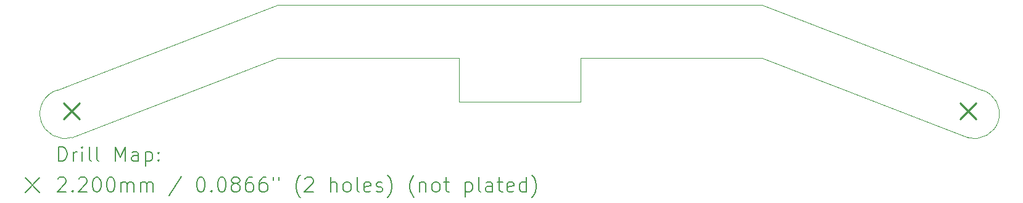
<source format=gbr>
%TF.GenerationSoftware,KiCad,Pcbnew,8.0.3*%
%TF.CreationDate,2025-05-12T20:40:59+02:00*%
%TF.ProjectId,AnalogSensorPCB,416e616c-6f67-4536-956e-736f72504342,rev?*%
%TF.SameCoordinates,Original*%
%TF.FileFunction,Drillmap*%
%TF.FilePolarity,Positive*%
%FSLAX45Y45*%
G04 Gerber Fmt 4.5, Leading zero omitted, Abs format (unit mm)*
G04 Created by KiCad (PCBNEW 8.0.3) date 2025-05-12 20:40:59*
%MOMM*%
%LPD*%
G01*
G04 APERTURE LIST*
%ADD10C,0.050000*%
%ADD11C,0.200000*%
%ADD12C,0.220000*%
G04 APERTURE END LIST*
D10*
X7165000Y-8065000D02*
X9990000Y-6975000D01*
X7165000Y-7340000D02*
X9990000Y-6250000D01*
X16640000Y-6250000D02*
X13315000Y-6250000D01*
X19465000Y-8065000D02*
X16640000Y-6975000D01*
X14150000Y-7575000D02*
X12480000Y-7575000D01*
X16640000Y-6975000D02*
X14150000Y-6975000D01*
X19465000Y-7340000D02*
X16640000Y-6250000D01*
X19655070Y-7412961D02*
G75*
G02*
X19465001Y-8064996I-95030J-326019D01*
G01*
X9990000Y-6975000D02*
X12480000Y-6975000D01*
X12480000Y-6975000D02*
X12480000Y-7575000D01*
X7165000Y-7340000D02*
X6974930Y-7412961D01*
X9990000Y-6250000D02*
X13315000Y-6250000D01*
X14150000Y-6975000D02*
X14150000Y-7575000D01*
X19465000Y-7340000D02*
X19655070Y-7412961D01*
X7165000Y-8065000D02*
G75*
G02*
X6974930Y-7412962I-95035J326019D01*
G01*
D11*
D12*
X7055000Y-7592500D02*
X7275000Y-7812500D01*
X7275000Y-7592500D02*
X7055000Y-7812500D01*
X19355000Y-7592500D02*
X19575000Y-7812500D01*
X19575000Y-7592500D02*
X19355000Y-7812500D01*
D11*
X6988654Y-8392553D02*
X6988654Y-8192553D01*
X6988654Y-8192553D02*
X7036273Y-8192553D01*
X7036273Y-8192553D02*
X7064844Y-8202076D01*
X7064844Y-8202076D02*
X7083892Y-8221124D01*
X7083892Y-8221124D02*
X7093416Y-8240172D01*
X7093416Y-8240172D02*
X7102940Y-8278267D01*
X7102940Y-8278267D02*
X7102940Y-8306838D01*
X7102940Y-8306838D02*
X7093416Y-8344934D01*
X7093416Y-8344934D02*
X7083892Y-8363981D01*
X7083892Y-8363981D02*
X7064844Y-8383029D01*
X7064844Y-8383029D02*
X7036273Y-8392553D01*
X7036273Y-8392553D02*
X6988654Y-8392553D01*
X7188654Y-8392553D02*
X7188654Y-8259219D01*
X7188654Y-8297315D02*
X7198178Y-8278267D01*
X7198178Y-8278267D02*
X7207701Y-8268743D01*
X7207701Y-8268743D02*
X7226749Y-8259219D01*
X7226749Y-8259219D02*
X7245797Y-8259219D01*
X7312463Y-8392553D02*
X7312463Y-8259219D01*
X7312463Y-8192553D02*
X7302940Y-8202076D01*
X7302940Y-8202076D02*
X7312463Y-8211600D01*
X7312463Y-8211600D02*
X7321987Y-8202076D01*
X7321987Y-8202076D02*
X7312463Y-8192553D01*
X7312463Y-8192553D02*
X7312463Y-8211600D01*
X7436273Y-8392553D02*
X7417225Y-8383029D01*
X7417225Y-8383029D02*
X7407701Y-8363981D01*
X7407701Y-8363981D02*
X7407701Y-8192553D01*
X7541035Y-8392553D02*
X7521987Y-8383029D01*
X7521987Y-8383029D02*
X7512463Y-8363981D01*
X7512463Y-8363981D02*
X7512463Y-8192553D01*
X7769606Y-8392553D02*
X7769606Y-8192553D01*
X7769606Y-8192553D02*
X7836273Y-8335410D01*
X7836273Y-8335410D02*
X7902940Y-8192553D01*
X7902940Y-8192553D02*
X7902940Y-8392553D01*
X8083892Y-8392553D02*
X8083892Y-8287791D01*
X8083892Y-8287791D02*
X8074368Y-8268743D01*
X8074368Y-8268743D02*
X8055321Y-8259219D01*
X8055321Y-8259219D02*
X8017225Y-8259219D01*
X8017225Y-8259219D02*
X7998178Y-8268743D01*
X8083892Y-8383029D02*
X8064844Y-8392553D01*
X8064844Y-8392553D02*
X8017225Y-8392553D01*
X8017225Y-8392553D02*
X7998178Y-8383029D01*
X7998178Y-8383029D02*
X7988654Y-8363981D01*
X7988654Y-8363981D02*
X7988654Y-8344934D01*
X7988654Y-8344934D02*
X7998178Y-8325886D01*
X7998178Y-8325886D02*
X8017225Y-8316362D01*
X8017225Y-8316362D02*
X8064844Y-8316362D01*
X8064844Y-8316362D02*
X8083892Y-8306838D01*
X8179130Y-8259219D02*
X8179130Y-8459219D01*
X8179130Y-8268743D02*
X8198178Y-8259219D01*
X8198178Y-8259219D02*
X8236273Y-8259219D01*
X8236273Y-8259219D02*
X8255321Y-8268743D01*
X8255321Y-8268743D02*
X8264844Y-8278267D01*
X8264844Y-8278267D02*
X8274368Y-8297315D01*
X8274368Y-8297315D02*
X8274368Y-8354457D01*
X8274368Y-8354457D02*
X8264844Y-8373505D01*
X8264844Y-8373505D02*
X8255321Y-8383029D01*
X8255321Y-8383029D02*
X8236273Y-8392553D01*
X8236273Y-8392553D02*
X8198178Y-8392553D01*
X8198178Y-8392553D02*
X8179130Y-8383029D01*
X8360082Y-8373505D02*
X8369606Y-8383029D01*
X8369606Y-8383029D02*
X8360082Y-8392553D01*
X8360082Y-8392553D02*
X8350559Y-8383029D01*
X8350559Y-8383029D02*
X8360082Y-8373505D01*
X8360082Y-8373505D02*
X8360082Y-8392553D01*
X8360082Y-8268743D02*
X8369606Y-8278267D01*
X8369606Y-8278267D02*
X8360082Y-8287791D01*
X8360082Y-8287791D02*
X8350559Y-8278267D01*
X8350559Y-8278267D02*
X8360082Y-8268743D01*
X8360082Y-8268743D02*
X8360082Y-8287791D01*
X6527877Y-8621069D02*
X6727877Y-8821069D01*
X6727877Y-8621069D02*
X6527877Y-8821069D01*
X6979130Y-8631600D02*
X6988654Y-8622077D01*
X6988654Y-8622077D02*
X7007701Y-8612553D01*
X7007701Y-8612553D02*
X7055321Y-8612553D01*
X7055321Y-8612553D02*
X7074368Y-8622077D01*
X7074368Y-8622077D02*
X7083892Y-8631600D01*
X7083892Y-8631600D02*
X7093416Y-8650648D01*
X7093416Y-8650648D02*
X7093416Y-8669696D01*
X7093416Y-8669696D02*
X7083892Y-8698267D01*
X7083892Y-8698267D02*
X6969606Y-8812553D01*
X6969606Y-8812553D02*
X7093416Y-8812553D01*
X7179130Y-8793505D02*
X7188654Y-8803029D01*
X7188654Y-8803029D02*
X7179130Y-8812553D01*
X7179130Y-8812553D02*
X7169606Y-8803029D01*
X7169606Y-8803029D02*
X7179130Y-8793505D01*
X7179130Y-8793505D02*
X7179130Y-8812553D01*
X7264844Y-8631600D02*
X7274368Y-8622077D01*
X7274368Y-8622077D02*
X7293416Y-8612553D01*
X7293416Y-8612553D02*
X7341035Y-8612553D01*
X7341035Y-8612553D02*
X7360082Y-8622077D01*
X7360082Y-8622077D02*
X7369606Y-8631600D01*
X7369606Y-8631600D02*
X7379130Y-8650648D01*
X7379130Y-8650648D02*
X7379130Y-8669696D01*
X7379130Y-8669696D02*
X7369606Y-8698267D01*
X7369606Y-8698267D02*
X7255321Y-8812553D01*
X7255321Y-8812553D02*
X7379130Y-8812553D01*
X7502940Y-8612553D02*
X7521987Y-8612553D01*
X7521987Y-8612553D02*
X7541035Y-8622077D01*
X7541035Y-8622077D02*
X7550559Y-8631600D01*
X7550559Y-8631600D02*
X7560082Y-8650648D01*
X7560082Y-8650648D02*
X7569606Y-8688743D01*
X7569606Y-8688743D02*
X7569606Y-8736362D01*
X7569606Y-8736362D02*
X7560082Y-8774457D01*
X7560082Y-8774457D02*
X7550559Y-8793505D01*
X7550559Y-8793505D02*
X7541035Y-8803029D01*
X7541035Y-8803029D02*
X7521987Y-8812553D01*
X7521987Y-8812553D02*
X7502940Y-8812553D01*
X7502940Y-8812553D02*
X7483892Y-8803029D01*
X7483892Y-8803029D02*
X7474368Y-8793505D01*
X7474368Y-8793505D02*
X7464844Y-8774457D01*
X7464844Y-8774457D02*
X7455321Y-8736362D01*
X7455321Y-8736362D02*
X7455321Y-8688743D01*
X7455321Y-8688743D02*
X7464844Y-8650648D01*
X7464844Y-8650648D02*
X7474368Y-8631600D01*
X7474368Y-8631600D02*
X7483892Y-8622077D01*
X7483892Y-8622077D02*
X7502940Y-8612553D01*
X7693416Y-8612553D02*
X7712463Y-8612553D01*
X7712463Y-8612553D02*
X7731511Y-8622077D01*
X7731511Y-8622077D02*
X7741035Y-8631600D01*
X7741035Y-8631600D02*
X7750559Y-8650648D01*
X7750559Y-8650648D02*
X7760082Y-8688743D01*
X7760082Y-8688743D02*
X7760082Y-8736362D01*
X7760082Y-8736362D02*
X7750559Y-8774457D01*
X7750559Y-8774457D02*
X7741035Y-8793505D01*
X7741035Y-8793505D02*
X7731511Y-8803029D01*
X7731511Y-8803029D02*
X7712463Y-8812553D01*
X7712463Y-8812553D02*
X7693416Y-8812553D01*
X7693416Y-8812553D02*
X7674368Y-8803029D01*
X7674368Y-8803029D02*
X7664844Y-8793505D01*
X7664844Y-8793505D02*
X7655321Y-8774457D01*
X7655321Y-8774457D02*
X7645797Y-8736362D01*
X7645797Y-8736362D02*
X7645797Y-8688743D01*
X7645797Y-8688743D02*
X7655321Y-8650648D01*
X7655321Y-8650648D02*
X7664844Y-8631600D01*
X7664844Y-8631600D02*
X7674368Y-8622077D01*
X7674368Y-8622077D02*
X7693416Y-8612553D01*
X7845797Y-8812553D02*
X7845797Y-8679219D01*
X7845797Y-8698267D02*
X7855321Y-8688743D01*
X7855321Y-8688743D02*
X7874368Y-8679219D01*
X7874368Y-8679219D02*
X7902940Y-8679219D01*
X7902940Y-8679219D02*
X7921987Y-8688743D01*
X7921987Y-8688743D02*
X7931511Y-8707791D01*
X7931511Y-8707791D02*
X7931511Y-8812553D01*
X7931511Y-8707791D02*
X7941035Y-8688743D01*
X7941035Y-8688743D02*
X7960082Y-8679219D01*
X7960082Y-8679219D02*
X7988654Y-8679219D01*
X7988654Y-8679219D02*
X8007702Y-8688743D01*
X8007702Y-8688743D02*
X8017225Y-8707791D01*
X8017225Y-8707791D02*
X8017225Y-8812553D01*
X8112463Y-8812553D02*
X8112463Y-8679219D01*
X8112463Y-8698267D02*
X8121987Y-8688743D01*
X8121987Y-8688743D02*
X8141035Y-8679219D01*
X8141035Y-8679219D02*
X8169606Y-8679219D01*
X8169606Y-8679219D02*
X8188654Y-8688743D01*
X8188654Y-8688743D02*
X8198178Y-8707791D01*
X8198178Y-8707791D02*
X8198178Y-8812553D01*
X8198178Y-8707791D02*
X8207702Y-8688743D01*
X8207702Y-8688743D02*
X8226749Y-8679219D01*
X8226749Y-8679219D02*
X8255321Y-8679219D01*
X8255321Y-8679219D02*
X8274368Y-8688743D01*
X8274368Y-8688743D02*
X8283892Y-8707791D01*
X8283892Y-8707791D02*
X8283892Y-8812553D01*
X8674368Y-8603029D02*
X8502940Y-8860172D01*
X8931511Y-8612553D02*
X8950559Y-8612553D01*
X8950559Y-8612553D02*
X8969607Y-8622077D01*
X8969607Y-8622077D02*
X8979130Y-8631600D01*
X8979130Y-8631600D02*
X8988654Y-8650648D01*
X8988654Y-8650648D02*
X8998178Y-8688743D01*
X8998178Y-8688743D02*
X8998178Y-8736362D01*
X8998178Y-8736362D02*
X8988654Y-8774457D01*
X8988654Y-8774457D02*
X8979130Y-8793505D01*
X8979130Y-8793505D02*
X8969607Y-8803029D01*
X8969607Y-8803029D02*
X8950559Y-8812553D01*
X8950559Y-8812553D02*
X8931511Y-8812553D01*
X8931511Y-8812553D02*
X8912464Y-8803029D01*
X8912464Y-8803029D02*
X8902940Y-8793505D01*
X8902940Y-8793505D02*
X8893416Y-8774457D01*
X8893416Y-8774457D02*
X8883892Y-8736362D01*
X8883892Y-8736362D02*
X8883892Y-8688743D01*
X8883892Y-8688743D02*
X8893416Y-8650648D01*
X8893416Y-8650648D02*
X8902940Y-8631600D01*
X8902940Y-8631600D02*
X8912464Y-8622077D01*
X8912464Y-8622077D02*
X8931511Y-8612553D01*
X9083892Y-8793505D02*
X9093416Y-8803029D01*
X9093416Y-8803029D02*
X9083892Y-8812553D01*
X9083892Y-8812553D02*
X9074368Y-8803029D01*
X9074368Y-8803029D02*
X9083892Y-8793505D01*
X9083892Y-8793505D02*
X9083892Y-8812553D01*
X9217226Y-8612553D02*
X9236273Y-8612553D01*
X9236273Y-8612553D02*
X9255321Y-8622077D01*
X9255321Y-8622077D02*
X9264845Y-8631600D01*
X9264845Y-8631600D02*
X9274368Y-8650648D01*
X9274368Y-8650648D02*
X9283892Y-8688743D01*
X9283892Y-8688743D02*
X9283892Y-8736362D01*
X9283892Y-8736362D02*
X9274368Y-8774457D01*
X9274368Y-8774457D02*
X9264845Y-8793505D01*
X9264845Y-8793505D02*
X9255321Y-8803029D01*
X9255321Y-8803029D02*
X9236273Y-8812553D01*
X9236273Y-8812553D02*
X9217226Y-8812553D01*
X9217226Y-8812553D02*
X9198178Y-8803029D01*
X9198178Y-8803029D02*
X9188654Y-8793505D01*
X9188654Y-8793505D02*
X9179130Y-8774457D01*
X9179130Y-8774457D02*
X9169607Y-8736362D01*
X9169607Y-8736362D02*
X9169607Y-8688743D01*
X9169607Y-8688743D02*
X9179130Y-8650648D01*
X9179130Y-8650648D02*
X9188654Y-8631600D01*
X9188654Y-8631600D02*
X9198178Y-8622077D01*
X9198178Y-8622077D02*
X9217226Y-8612553D01*
X9398178Y-8698267D02*
X9379130Y-8688743D01*
X9379130Y-8688743D02*
X9369607Y-8679219D01*
X9369607Y-8679219D02*
X9360083Y-8660172D01*
X9360083Y-8660172D02*
X9360083Y-8650648D01*
X9360083Y-8650648D02*
X9369607Y-8631600D01*
X9369607Y-8631600D02*
X9379130Y-8622077D01*
X9379130Y-8622077D02*
X9398178Y-8612553D01*
X9398178Y-8612553D02*
X9436273Y-8612553D01*
X9436273Y-8612553D02*
X9455321Y-8622077D01*
X9455321Y-8622077D02*
X9464845Y-8631600D01*
X9464845Y-8631600D02*
X9474368Y-8650648D01*
X9474368Y-8650648D02*
X9474368Y-8660172D01*
X9474368Y-8660172D02*
X9464845Y-8679219D01*
X9464845Y-8679219D02*
X9455321Y-8688743D01*
X9455321Y-8688743D02*
X9436273Y-8698267D01*
X9436273Y-8698267D02*
X9398178Y-8698267D01*
X9398178Y-8698267D02*
X9379130Y-8707791D01*
X9379130Y-8707791D02*
X9369607Y-8717315D01*
X9369607Y-8717315D02*
X9360083Y-8736362D01*
X9360083Y-8736362D02*
X9360083Y-8774457D01*
X9360083Y-8774457D02*
X9369607Y-8793505D01*
X9369607Y-8793505D02*
X9379130Y-8803029D01*
X9379130Y-8803029D02*
X9398178Y-8812553D01*
X9398178Y-8812553D02*
X9436273Y-8812553D01*
X9436273Y-8812553D02*
X9455321Y-8803029D01*
X9455321Y-8803029D02*
X9464845Y-8793505D01*
X9464845Y-8793505D02*
X9474368Y-8774457D01*
X9474368Y-8774457D02*
X9474368Y-8736362D01*
X9474368Y-8736362D02*
X9464845Y-8717315D01*
X9464845Y-8717315D02*
X9455321Y-8707791D01*
X9455321Y-8707791D02*
X9436273Y-8698267D01*
X9645797Y-8612553D02*
X9607702Y-8612553D01*
X9607702Y-8612553D02*
X9588654Y-8622077D01*
X9588654Y-8622077D02*
X9579130Y-8631600D01*
X9579130Y-8631600D02*
X9560083Y-8660172D01*
X9560083Y-8660172D02*
X9550559Y-8698267D01*
X9550559Y-8698267D02*
X9550559Y-8774457D01*
X9550559Y-8774457D02*
X9560083Y-8793505D01*
X9560083Y-8793505D02*
X9569607Y-8803029D01*
X9569607Y-8803029D02*
X9588654Y-8812553D01*
X9588654Y-8812553D02*
X9626749Y-8812553D01*
X9626749Y-8812553D02*
X9645797Y-8803029D01*
X9645797Y-8803029D02*
X9655321Y-8793505D01*
X9655321Y-8793505D02*
X9664845Y-8774457D01*
X9664845Y-8774457D02*
X9664845Y-8726838D01*
X9664845Y-8726838D02*
X9655321Y-8707791D01*
X9655321Y-8707791D02*
X9645797Y-8698267D01*
X9645797Y-8698267D02*
X9626749Y-8688743D01*
X9626749Y-8688743D02*
X9588654Y-8688743D01*
X9588654Y-8688743D02*
X9569607Y-8698267D01*
X9569607Y-8698267D02*
X9560083Y-8707791D01*
X9560083Y-8707791D02*
X9550559Y-8726838D01*
X9836273Y-8612553D02*
X9798178Y-8612553D01*
X9798178Y-8612553D02*
X9779130Y-8622077D01*
X9779130Y-8622077D02*
X9769607Y-8631600D01*
X9769607Y-8631600D02*
X9750559Y-8660172D01*
X9750559Y-8660172D02*
X9741035Y-8698267D01*
X9741035Y-8698267D02*
X9741035Y-8774457D01*
X9741035Y-8774457D02*
X9750559Y-8793505D01*
X9750559Y-8793505D02*
X9760083Y-8803029D01*
X9760083Y-8803029D02*
X9779130Y-8812553D01*
X9779130Y-8812553D02*
X9817226Y-8812553D01*
X9817226Y-8812553D02*
X9836273Y-8803029D01*
X9836273Y-8803029D02*
X9845797Y-8793505D01*
X9845797Y-8793505D02*
X9855321Y-8774457D01*
X9855321Y-8774457D02*
X9855321Y-8726838D01*
X9855321Y-8726838D02*
X9845797Y-8707791D01*
X9845797Y-8707791D02*
X9836273Y-8698267D01*
X9836273Y-8698267D02*
X9817226Y-8688743D01*
X9817226Y-8688743D02*
X9779130Y-8688743D01*
X9779130Y-8688743D02*
X9760083Y-8698267D01*
X9760083Y-8698267D02*
X9750559Y-8707791D01*
X9750559Y-8707791D02*
X9741035Y-8726838D01*
X9931511Y-8612553D02*
X9931511Y-8650648D01*
X10007702Y-8612553D02*
X10007702Y-8650648D01*
X10302940Y-8888743D02*
X10293416Y-8879219D01*
X10293416Y-8879219D02*
X10274369Y-8850648D01*
X10274369Y-8850648D02*
X10264845Y-8831600D01*
X10264845Y-8831600D02*
X10255321Y-8803029D01*
X10255321Y-8803029D02*
X10245797Y-8755410D01*
X10245797Y-8755410D02*
X10245797Y-8717315D01*
X10245797Y-8717315D02*
X10255321Y-8669696D01*
X10255321Y-8669696D02*
X10264845Y-8641124D01*
X10264845Y-8641124D02*
X10274369Y-8622077D01*
X10274369Y-8622077D02*
X10293416Y-8593505D01*
X10293416Y-8593505D02*
X10302940Y-8583981D01*
X10369607Y-8631600D02*
X10379130Y-8622077D01*
X10379130Y-8622077D02*
X10398178Y-8612553D01*
X10398178Y-8612553D02*
X10445797Y-8612553D01*
X10445797Y-8612553D02*
X10464845Y-8622077D01*
X10464845Y-8622077D02*
X10474369Y-8631600D01*
X10474369Y-8631600D02*
X10483892Y-8650648D01*
X10483892Y-8650648D02*
X10483892Y-8669696D01*
X10483892Y-8669696D02*
X10474369Y-8698267D01*
X10474369Y-8698267D02*
X10360083Y-8812553D01*
X10360083Y-8812553D02*
X10483892Y-8812553D01*
X10721988Y-8812553D02*
X10721988Y-8612553D01*
X10807702Y-8812553D02*
X10807702Y-8707791D01*
X10807702Y-8707791D02*
X10798178Y-8688743D01*
X10798178Y-8688743D02*
X10779131Y-8679219D01*
X10779131Y-8679219D02*
X10750559Y-8679219D01*
X10750559Y-8679219D02*
X10731511Y-8688743D01*
X10731511Y-8688743D02*
X10721988Y-8698267D01*
X10931511Y-8812553D02*
X10912464Y-8803029D01*
X10912464Y-8803029D02*
X10902940Y-8793505D01*
X10902940Y-8793505D02*
X10893416Y-8774457D01*
X10893416Y-8774457D02*
X10893416Y-8717315D01*
X10893416Y-8717315D02*
X10902940Y-8698267D01*
X10902940Y-8698267D02*
X10912464Y-8688743D01*
X10912464Y-8688743D02*
X10931511Y-8679219D01*
X10931511Y-8679219D02*
X10960083Y-8679219D01*
X10960083Y-8679219D02*
X10979131Y-8688743D01*
X10979131Y-8688743D02*
X10988654Y-8698267D01*
X10988654Y-8698267D02*
X10998178Y-8717315D01*
X10998178Y-8717315D02*
X10998178Y-8774457D01*
X10998178Y-8774457D02*
X10988654Y-8793505D01*
X10988654Y-8793505D02*
X10979131Y-8803029D01*
X10979131Y-8803029D02*
X10960083Y-8812553D01*
X10960083Y-8812553D02*
X10931511Y-8812553D01*
X11112464Y-8812553D02*
X11093416Y-8803029D01*
X11093416Y-8803029D02*
X11083892Y-8783981D01*
X11083892Y-8783981D02*
X11083892Y-8612553D01*
X11264845Y-8803029D02*
X11245797Y-8812553D01*
X11245797Y-8812553D02*
X11207702Y-8812553D01*
X11207702Y-8812553D02*
X11188654Y-8803029D01*
X11188654Y-8803029D02*
X11179131Y-8783981D01*
X11179131Y-8783981D02*
X11179131Y-8707791D01*
X11179131Y-8707791D02*
X11188654Y-8688743D01*
X11188654Y-8688743D02*
X11207702Y-8679219D01*
X11207702Y-8679219D02*
X11245797Y-8679219D01*
X11245797Y-8679219D02*
X11264845Y-8688743D01*
X11264845Y-8688743D02*
X11274369Y-8707791D01*
X11274369Y-8707791D02*
X11274369Y-8726838D01*
X11274369Y-8726838D02*
X11179131Y-8745886D01*
X11350559Y-8803029D02*
X11369607Y-8812553D01*
X11369607Y-8812553D02*
X11407702Y-8812553D01*
X11407702Y-8812553D02*
X11426750Y-8803029D01*
X11426750Y-8803029D02*
X11436273Y-8783981D01*
X11436273Y-8783981D02*
X11436273Y-8774457D01*
X11436273Y-8774457D02*
X11426750Y-8755410D01*
X11426750Y-8755410D02*
X11407702Y-8745886D01*
X11407702Y-8745886D02*
X11379130Y-8745886D01*
X11379130Y-8745886D02*
X11360083Y-8736362D01*
X11360083Y-8736362D02*
X11350559Y-8717315D01*
X11350559Y-8717315D02*
X11350559Y-8707791D01*
X11350559Y-8707791D02*
X11360083Y-8688743D01*
X11360083Y-8688743D02*
X11379130Y-8679219D01*
X11379130Y-8679219D02*
X11407702Y-8679219D01*
X11407702Y-8679219D02*
X11426750Y-8688743D01*
X11502940Y-8888743D02*
X11512464Y-8879219D01*
X11512464Y-8879219D02*
X11531511Y-8850648D01*
X11531511Y-8850648D02*
X11541035Y-8831600D01*
X11541035Y-8831600D02*
X11550559Y-8803029D01*
X11550559Y-8803029D02*
X11560083Y-8755410D01*
X11560083Y-8755410D02*
X11560083Y-8717315D01*
X11560083Y-8717315D02*
X11550559Y-8669696D01*
X11550559Y-8669696D02*
X11541035Y-8641124D01*
X11541035Y-8641124D02*
X11531511Y-8622077D01*
X11531511Y-8622077D02*
X11512464Y-8593505D01*
X11512464Y-8593505D02*
X11502940Y-8583981D01*
X11864845Y-8888743D02*
X11855321Y-8879219D01*
X11855321Y-8879219D02*
X11836273Y-8850648D01*
X11836273Y-8850648D02*
X11826750Y-8831600D01*
X11826750Y-8831600D02*
X11817226Y-8803029D01*
X11817226Y-8803029D02*
X11807702Y-8755410D01*
X11807702Y-8755410D02*
X11807702Y-8717315D01*
X11807702Y-8717315D02*
X11817226Y-8669696D01*
X11817226Y-8669696D02*
X11826750Y-8641124D01*
X11826750Y-8641124D02*
X11836273Y-8622077D01*
X11836273Y-8622077D02*
X11855321Y-8593505D01*
X11855321Y-8593505D02*
X11864845Y-8583981D01*
X11941035Y-8679219D02*
X11941035Y-8812553D01*
X11941035Y-8698267D02*
X11950559Y-8688743D01*
X11950559Y-8688743D02*
X11969607Y-8679219D01*
X11969607Y-8679219D02*
X11998178Y-8679219D01*
X11998178Y-8679219D02*
X12017226Y-8688743D01*
X12017226Y-8688743D02*
X12026750Y-8707791D01*
X12026750Y-8707791D02*
X12026750Y-8812553D01*
X12150559Y-8812553D02*
X12131511Y-8803029D01*
X12131511Y-8803029D02*
X12121988Y-8793505D01*
X12121988Y-8793505D02*
X12112464Y-8774457D01*
X12112464Y-8774457D02*
X12112464Y-8717315D01*
X12112464Y-8717315D02*
X12121988Y-8698267D01*
X12121988Y-8698267D02*
X12131511Y-8688743D01*
X12131511Y-8688743D02*
X12150559Y-8679219D01*
X12150559Y-8679219D02*
X12179131Y-8679219D01*
X12179131Y-8679219D02*
X12198178Y-8688743D01*
X12198178Y-8688743D02*
X12207702Y-8698267D01*
X12207702Y-8698267D02*
X12217226Y-8717315D01*
X12217226Y-8717315D02*
X12217226Y-8774457D01*
X12217226Y-8774457D02*
X12207702Y-8793505D01*
X12207702Y-8793505D02*
X12198178Y-8803029D01*
X12198178Y-8803029D02*
X12179131Y-8812553D01*
X12179131Y-8812553D02*
X12150559Y-8812553D01*
X12274369Y-8679219D02*
X12350559Y-8679219D01*
X12302940Y-8612553D02*
X12302940Y-8783981D01*
X12302940Y-8783981D02*
X12312464Y-8803029D01*
X12312464Y-8803029D02*
X12331511Y-8812553D01*
X12331511Y-8812553D02*
X12350559Y-8812553D01*
X12569607Y-8679219D02*
X12569607Y-8879219D01*
X12569607Y-8688743D02*
X12588654Y-8679219D01*
X12588654Y-8679219D02*
X12626750Y-8679219D01*
X12626750Y-8679219D02*
X12645797Y-8688743D01*
X12645797Y-8688743D02*
X12655321Y-8698267D01*
X12655321Y-8698267D02*
X12664845Y-8717315D01*
X12664845Y-8717315D02*
X12664845Y-8774457D01*
X12664845Y-8774457D02*
X12655321Y-8793505D01*
X12655321Y-8793505D02*
X12645797Y-8803029D01*
X12645797Y-8803029D02*
X12626750Y-8812553D01*
X12626750Y-8812553D02*
X12588654Y-8812553D01*
X12588654Y-8812553D02*
X12569607Y-8803029D01*
X12779131Y-8812553D02*
X12760083Y-8803029D01*
X12760083Y-8803029D02*
X12750559Y-8783981D01*
X12750559Y-8783981D02*
X12750559Y-8612553D01*
X12941035Y-8812553D02*
X12941035Y-8707791D01*
X12941035Y-8707791D02*
X12931512Y-8688743D01*
X12931512Y-8688743D02*
X12912464Y-8679219D01*
X12912464Y-8679219D02*
X12874369Y-8679219D01*
X12874369Y-8679219D02*
X12855321Y-8688743D01*
X12941035Y-8803029D02*
X12921988Y-8812553D01*
X12921988Y-8812553D02*
X12874369Y-8812553D01*
X12874369Y-8812553D02*
X12855321Y-8803029D01*
X12855321Y-8803029D02*
X12845797Y-8783981D01*
X12845797Y-8783981D02*
X12845797Y-8764934D01*
X12845797Y-8764934D02*
X12855321Y-8745886D01*
X12855321Y-8745886D02*
X12874369Y-8736362D01*
X12874369Y-8736362D02*
X12921988Y-8736362D01*
X12921988Y-8736362D02*
X12941035Y-8726838D01*
X13007702Y-8679219D02*
X13083892Y-8679219D01*
X13036273Y-8612553D02*
X13036273Y-8783981D01*
X13036273Y-8783981D02*
X13045797Y-8803029D01*
X13045797Y-8803029D02*
X13064845Y-8812553D01*
X13064845Y-8812553D02*
X13083892Y-8812553D01*
X13226750Y-8803029D02*
X13207702Y-8812553D01*
X13207702Y-8812553D02*
X13169607Y-8812553D01*
X13169607Y-8812553D02*
X13150559Y-8803029D01*
X13150559Y-8803029D02*
X13141035Y-8783981D01*
X13141035Y-8783981D02*
X13141035Y-8707791D01*
X13141035Y-8707791D02*
X13150559Y-8688743D01*
X13150559Y-8688743D02*
X13169607Y-8679219D01*
X13169607Y-8679219D02*
X13207702Y-8679219D01*
X13207702Y-8679219D02*
X13226750Y-8688743D01*
X13226750Y-8688743D02*
X13236273Y-8707791D01*
X13236273Y-8707791D02*
X13236273Y-8726838D01*
X13236273Y-8726838D02*
X13141035Y-8745886D01*
X13407702Y-8812553D02*
X13407702Y-8612553D01*
X13407702Y-8803029D02*
X13388654Y-8812553D01*
X13388654Y-8812553D02*
X13350559Y-8812553D01*
X13350559Y-8812553D02*
X13331512Y-8803029D01*
X13331512Y-8803029D02*
X13321988Y-8793505D01*
X13321988Y-8793505D02*
X13312464Y-8774457D01*
X13312464Y-8774457D02*
X13312464Y-8717315D01*
X13312464Y-8717315D02*
X13321988Y-8698267D01*
X13321988Y-8698267D02*
X13331512Y-8688743D01*
X13331512Y-8688743D02*
X13350559Y-8679219D01*
X13350559Y-8679219D02*
X13388654Y-8679219D01*
X13388654Y-8679219D02*
X13407702Y-8688743D01*
X13483893Y-8888743D02*
X13493416Y-8879219D01*
X13493416Y-8879219D02*
X13512464Y-8850648D01*
X13512464Y-8850648D02*
X13521988Y-8831600D01*
X13521988Y-8831600D02*
X13531512Y-8803029D01*
X13531512Y-8803029D02*
X13541035Y-8755410D01*
X13541035Y-8755410D02*
X13541035Y-8717315D01*
X13541035Y-8717315D02*
X13531512Y-8669696D01*
X13531512Y-8669696D02*
X13521988Y-8641124D01*
X13521988Y-8641124D02*
X13512464Y-8622077D01*
X13512464Y-8622077D02*
X13493416Y-8593505D01*
X13493416Y-8593505D02*
X13483893Y-8583981D01*
M02*

</source>
